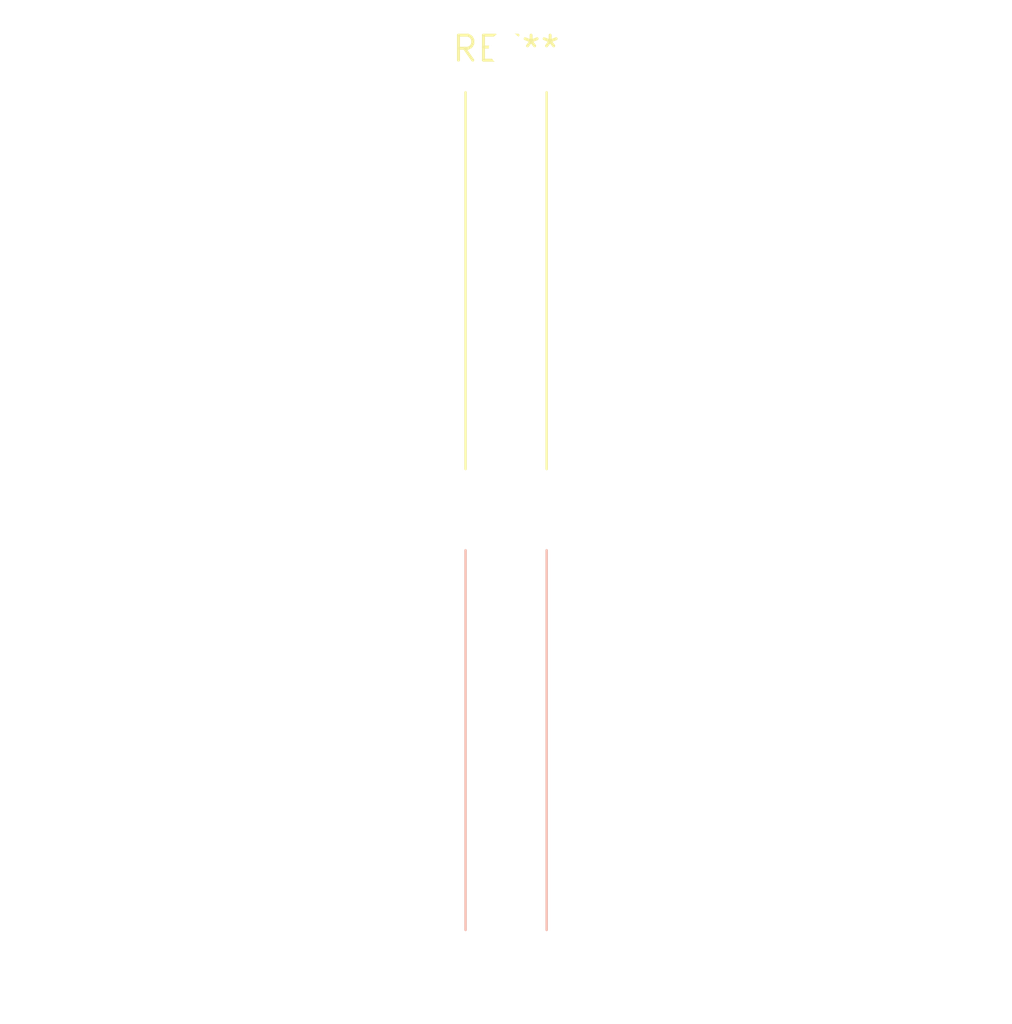
<source format=kicad_pcb>
(kicad_pcb (version 20240108) (generator pcbnew)
  (layers (0 "F.Cu" signal) (31 "B.Cu" signal) (34 "B.Paste" user) (35 "F.Paste" user) (36 "B.SilkS" user "B.Silkscreen") (37 "F.SilkS" user "F.Silkscreen") (38 "B.Mask" user) (39 "F.Mask" user) (44 "Edge.Cuts" user))
  (net 0 "")
  (footprint "SolderWire-1sqmm_1x01_D1.4mm_OD3.9mm_Relief2x" (layer "F.Cu") (at 0 0)
    (property "Reference" "REF**")
    (property "Value" "SolderWire-1sqmm_1x01_D1.4mm_OD3.9mm_Relief2x")
    (fp_line (start -2.06 25.46) (end -2.06 44.74) (layer "B.SilkS") (stroke (width 0.12)))
    (fp_line (start 2.06 25.46) (end 2.06 44.74) (layer "B.SilkS") (stroke (width 0.12)))
    (fp_line (start -2.06 2.21) (end -2.06 21.34) (layer "F.SilkS") (stroke (width 0.12)))
    (fp_line (start 2.06 2.21) (end 2.06 21.34) (layer "F.SilkS") (stroke (width 0.12)))
    (pad "" np_thru_hole circle (at 0 23.4) (size 4.4 4.4) (drill 4.4) (layers *.Cu *.Mask))
    (pad "" np_thru_hole circle (at 0 46.8) (size 4.4 4.4) (drill 4.4) (layers *.Cu *.Mask))
    (pad "1" thru_hole roundrect (at 0 0) (size 3.9 3.9) (drill 1.75) (layers *.Cu *.Mask) (remove_unused_layers) (roundrect_rratio 0.064103))
  )
)
</source>
